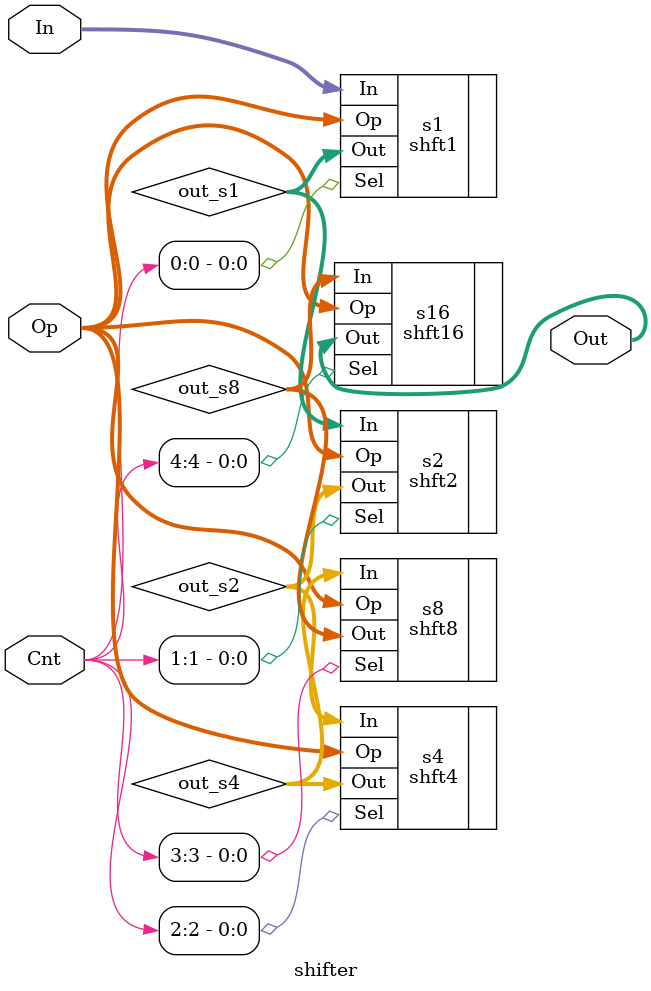
<source format=v>
module shifter (In, Cnt, Op, Out);
   
   input [31:0] In;
   input [4:0]  Cnt;
   input [1:0]  Op;
   output [31:0] Out;

   /* Barrel Shifter. Instantiate one instance of each of the following shifters
    
      1 Bit shifter -> Sel connected to Cnt[0] 
      2 Bit shifter -> Sel connected to Cnt[1]
      4 Bit shifter -> Sel connected to Cnt[2]
      8 Bit shifter -> sel connected to Cnt[3]
     16 Bit shifter -> sel connected to Cnt[4]
	 
    */
   
   wire [31:0] 	 out_s1;
   wire [31:0] 	 out_s2;
   wire [31:0] 	 out_s4;
   wire [31:0]   out_s8;

   shft1 s1(.In(In), .Op(Op), .Sel(Cnt[0]), .Out(out_s1));
   shft2 s2(.In(out_s1), .Op(Op), .Sel(Cnt[1]), .Out(out_s2));
   shft4 s4(.In(out_s2), .Op(Op), .Sel(Cnt[2]), .Out(out_s4));
   shft8 s8(.In(out_s4), .Op(Op), .Sel(Cnt[3]), .Out(out_s8));
   shft16 s16(.In(out_s8), .Op(Op), .Sel(Cnt[4]), .Out(Out));
   
endmodule


</source>
